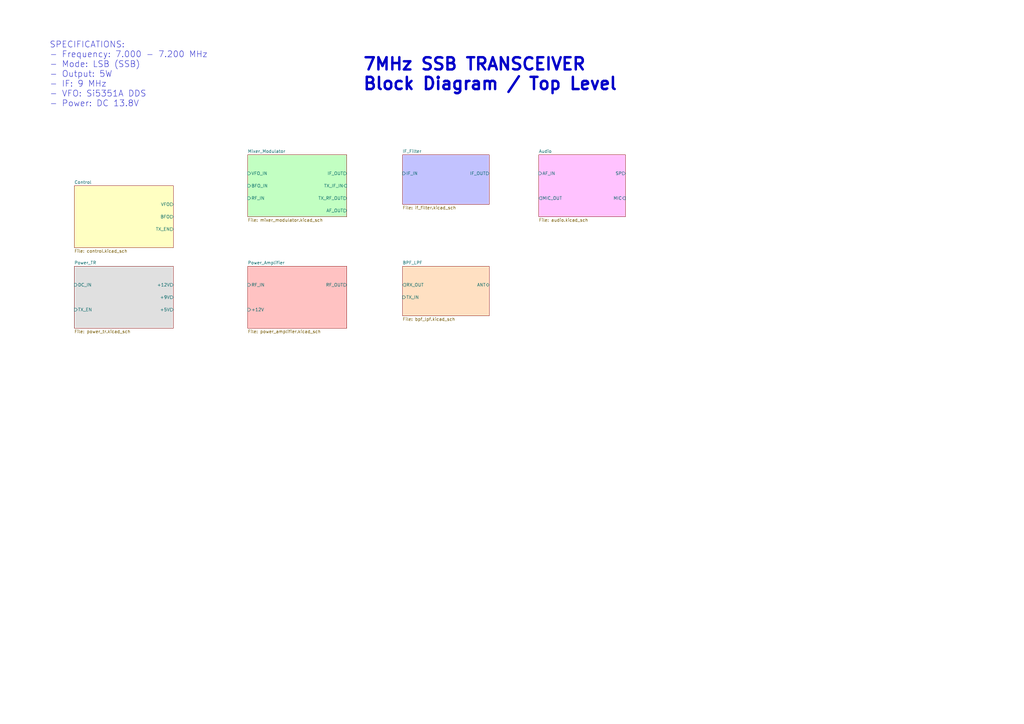
<source format=kicad_sch>
(kicad_sch (version 20231120) (generator "eeschema") (generator_version "8.0")
  (paper "A3")
  (title_block (title "7MHz SSB Transceiver") (date "2024-12-24") (rev "1.0") (company "Homebrew") (comment 1 "5W Output, Si5351 DDS VFO") (comment 2 "Single Conversion Superhet, 9MHz IF") (comment 3 "For 4th Class Amateur Radio License"))
  (lib_symbols)
  (text "7MHz SSB TRANSCEIVER\nBlock Diagram / Top Level" (at 148.59 30.48 0) (effects (font (size 5 5) (bold yes)) (justify left)))
  (text "SPECIFICATIONS:\n- Frequency: 7.000 - 7.200 MHz\n- Mode: LSB (SSB)\n- Output: 5W\n- IF: 9 MHz\n- VFO: Si5351A DDS\n- Power: DC 13.8V" (at 20.32 30.48 0) (effects (font (size 2.5 2.5)) (justify left)))
  (sheet (at 30.48 76.2) (size 40.64 25.4) (stroke (width 0.1524)) (fill (color 255 255 194 1))
    (property "Sheetname" "Control" (at 30.48 75.4884 0) (effects (justify left bottom)))
    (property "Sheetfile" "control.kicad_sch" (at 30.48 102.2346 0) (effects (justify left top)))
    (pin "VFO" output (at 71.12 83.82 0))
    (pin "BFO" output (at 71.12 88.9 0))
    (pin "TX_EN" output (at 71.12 93.98 0))
  )
  (sheet (at 101.6 63.5) (size 40.64 25.4) (stroke (width 0.1524)) (fill (color 194 255 194 1))
    (property "Sheetname" "Mixer_Modulator" (at 101.6 62.7884 0) (effects (justify left bottom)))
    (property "Sheetfile" "mixer_modulator.kicad_sch" (at 101.6 89.5346 0) (effects (justify left top)))
    (pin "VFO_IN" input (at 101.6 71.12 180))
    (pin "BFO_IN" input (at 101.6 76.2 180))
    (pin "RF_IN" input (at 101.6 81.28 180))
    (pin "IF_OUT" output (at 142.24 71.12 0))
    (pin "TX_IF_IN" input (at 142.24 76.2 0))
    (pin "TX_RF_OUT" output (at 142.24 81.28 0))
    (pin "AF_OUT" output (at 142.24 86.36 0))
  )
  (sheet (at 165.1 63.5) (size 35.56 20.32) (stroke (width 0.1524)) (fill (color 194 194 255 1))
    (property "Sheetname" "IF_Filter" (at 165.1 62.7884 0) (effects (justify left bottom)))
    (property "Sheetfile" "if_filter.kicad_sch" (at 165.1 84.4546 0) (effects (justify left top)))
    (pin "IF_IN" input (at 165.1 71.12 180))
    (pin "IF_OUT" output (at 200.66 71.12 0))
  )
  (sheet (at 101.6 109.22) (size 40.64 25.4) (stroke (width 0.1524)) (fill (color 255 194 194 1))
    (property "Sheetname" "Power_Amplifier" (at 101.6 108.5084 0) (effects (justify left bottom)))
    (property "Sheetfile" "power_amplifier.kicad_sch" (at 101.6 135.2546 0) (effects (justify left top)))
    (pin "RF_IN" input (at 101.6 116.84 180))
    (pin "RF_OUT" output (at 142.24 116.84 0))
    (pin "+12V" input (at 101.6 127 180))
  )
  (sheet (at 165.1 109.22) (size 35.56 20.32) (stroke (width 0.1524)) (fill (color 255 224 194 1))
    (property "Sheetname" "BPF_LPF" (at 165.1 108.5084 0) (effects (justify left bottom)))
    (property "Sheetfile" "bpf_lpf.kicad_sch" (at 165.1 130.1746 0) (effects (justify left top)))
    (pin "ANT" bidirectional (at 200.66 116.84 0))
    (pin "RX_OUT" output (at 165.1 116.84 180))
    (pin "TX_IN" input (at 165.1 121.92 180))
  )
  (sheet (at 30.48 109.22) (size 40.64 25.4) (stroke (width 0.1524)) (fill (color 224 224 224 1))
    (property "Sheetname" "Power_TR" (at 30.48 108.5084 0) (effects (justify left bottom)))
    (property "Sheetfile" "power_tr.kicad_sch" (at 30.48 135.2546 0) (effects (justify left top)))
    (pin "DC_IN" input (at 30.48 116.84 180))
    (pin "+12V" output (at 71.12 116.84 0))
    (pin "+9V" output (at 71.12 121.92 0))
    (pin "+5V" output (at 71.12 127 0))
    (pin "TX_EN" input (at 30.48 127 180))
  )
  (sheet (at 220.98 63.5) (size 35.56 25.4) (stroke (width 0.1524)) (fill (color 255 194 255 1))
    (property "Sheetname" "Audio" (at 220.98 62.7884 0) (effects (justify left bottom)))
    (property "Sheetfile" "audio.kicad_sch" (at 220.98 89.5346 0) (effects (justify left top)))
    (pin "AF_IN" input (at 220.98 71.12 180))
    (pin "MIC_OUT" output (at 220.98 81.28 180))
    (pin "SP" output (at 256.54 71.12 0))
    (pin "MIC" input (at 256.54 81.28 0))
  )
)
</source>
